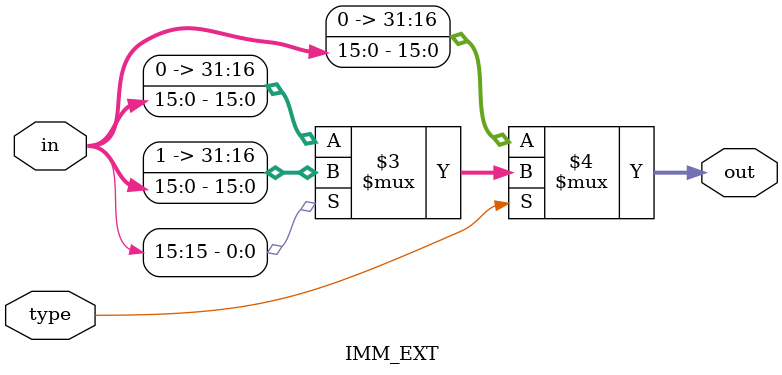
<source format=v>
`timescale 1ns / 1ps
`include "const.v"
module IM(
    input [31:0] addr,
    output [31:0] data
    );
    
    reg [31:0] instr [0:4095];

    initial begin
            $readmemh("code.txt", instr);
    end

    assign data = instr[(addr>>2)-3072];

endmodule

module IMM_EXT(
    input [15:0] in,
    input type,
    output [31:0] out
);

    assign out = (type==0) ? {16'h0000,in} :
                (in[15]==0)? {16'h0000,in} : {16'hffff,in};

endmodule

</source>
